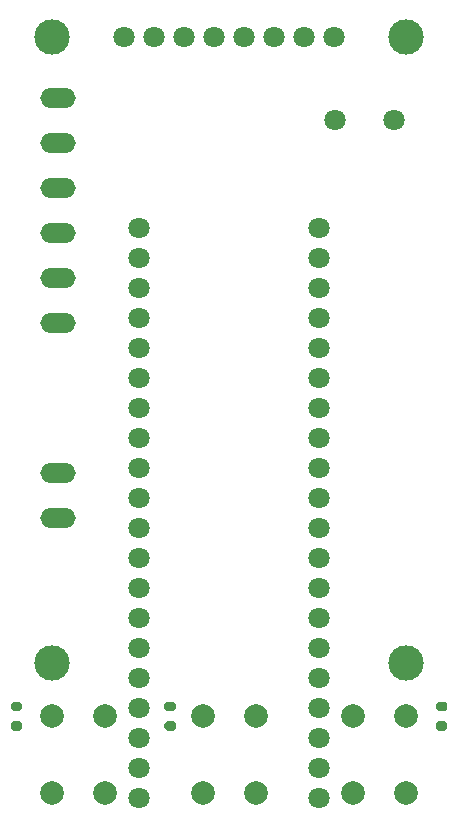
<source format=gbr>
%TF.GenerationSoftware,KiCad,Pcbnew,5.1.9*%
%TF.CreationDate,2020-12-25T23:56:19+01:00*%
%TF.ProjectId,reflow-oven,7265666c-6f77-42d6-9f76-656e2e6b6963,rev?*%
%TF.SameCoordinates,Original*%
%TF.FileFunction,Soldermask,Top*%
%TF.FilePolarity,Negative*%
%FSLAX46Y46*%
G04 Gerber Fmt 4.6, Leading zero omitted, Abs format (unit mm)*
G04 Created by KiCad (PCBNEW 5.1.9) date 2020-12-25 23:56:19*
%MOMM*%
%LPD*%
G01*
G04 APERTURE LIST*
%ADD10O,3.000000X1.700000*%
%ADD11C,1.800000*%
%ADD12C,3.000000*%
%ADD13C,2.000000*%
G04 APERTURE END LIST*
%TO.C,R3*%
G36*
G01*
X17725000Y-27925000D02*
X18275000Y-27925000D01*
G75*
G02*
X18475000Y-28125000I0J-200000D01*
G01*
X18475000Y-28525000D01*
G75*
G02*
X18275000Y-28725000I-200000J0D01*
G01*
X17725000Y-28725000D01*
G75*
G02*
X17525000Y-28525000I0J200000D01*
G01*
X17525000Y-28125000D01*
G75*
G02*
X17725000Y-27925000I200000J0D01*
G01*
G37*
G36*
G01*
X17725000Y-26275000D02*
X18275000Y-26275000D01*
G75*
G02*
X18475000Y-26475000I0J-200000D01*
G01*
X18475000Y-26875000D01*
G75*
G02*
X18275000Y-27075000I-200000J0D01*
G01*
X17725000Y-27075000D01*
G75*
G02*
X17525000Y-26875000I0J200000D01*
G01*
X17525000Y-26475000D01*
G75*
G02*
X17725000Y-26275000I200000J0D01*
G01*
G37*
%TD*%
%TO.C,R2*%
G36*
G01*
X-5275000Y-27925000D02*
X-4725000Y-27925000D01*
G75*
G02*
X-4525000Y-28125000I0J-200000D01*
G01*
X-4525000Y-28525000D01*
G75*
G02*
X-4725000Y-28725000I-200000J0D01*
G01*
X-5275000Y-28725000D01*
G75*
G02*
X-5475000Y-28525000I0J200000D01*
G01*
X-5475000Y-28125000D01*
G75*
G02*
X-5275000Y-27925000I200000J0D01*
G01*
G37*
G36*
G01*
X-5275000Y-26275000D02*
X-4725000Y-26275000D01*
G75*
G02*
X-4525000Y-26475000I0J-200000D01*
G01*
X-4525000Y-26875000D01*
G75*
G02*
X-4725000Y-27075000I-200000J0D01*
G01*
X-5275000Y-27075000D01*
G75*
G02*
X-5475000Y-26875000I0J200000D01*
G01*
X-5475000Y-26475000D01*
G75*
G02*
X-5275000Y-26275000I200000J0D01*
G01*
G37*
%TD*%
%TO.C,R1*%
G36*
G01*
X-18275000Y-27925000D02*
X-17725000Y-27925000D01*
G75*
G02*
X-17525000Y-28125000I0J-200000D01*
G01*
X-17525000Y-28525000D01*
G75*
G02*
X-17725000Y-28725000I-200000J0D01*
G01*
X-18275000Y-28725000D01*
G75*
G02*
X-18475000Y-28525000I0J200000D01*
G01*
X-18475000Y-28125000D01*
G75*
G02*
X-18275000Y-27925000I200000J0D01*
G01*
G37*
G36*
G01*
X-18275000Y-26275000D02*
X-17725000Y-26275000D01*
G75*
G02*
X-17525000Y-26475000I0J-200000D01*
G01*
X-17525000Y-26875000D01*
G75*
G02*
X-17725000Y-27075000I-200000J0D01*
G01*
X-18275000Y-27075000D01*
G75*
G02*
X-18475000Y-26875000I0J200000D01*
G01*
X-18475000Y-26475000D01*
G75*
G02*
X-18275000Y-26275000I200000J0D01*
G01*
G37*
%TD*%
D10*
%TO.C,J4*%
X-14520000Y-6905000D03*
X-14520000Y-10715000D03*
%TD*%
%TO.C,J3*%
X-14520000Y9605000D03*
X-14520000Y5795000D03*
%TD*%
%TO.C,J2*%
X-14520000Y24845000D03*
X-14520000Y21035000D03*
%TD*%
%TO.C,J1*%
X-14520000Y17225000D03*
X-14520000Y13415000D03*
%TD*%
D11*
%TO.C,BZ1*%
X9000000Y23000000D03*
X14000000Y23000000D03*
%TD*%
%TO.C,DS1*%
X8890000Y30000000D03*
X6350000Y30000000D03*
X3810000Y30000000D03*
X1270000Y30000000D03*
X-1270000Y30000000D03*
X-3810000Y30000000D03*
X-6350000Y30000000D03*
X-8890000Y30000000D03*
D12*
X15000000Y-23000000D03*
X-15000000Y-23000000D03*
X15000000Y30000000D03*
X-15000000Y30000000D03*
%TD*%
D11*
%TO.C,U1*%
X-7620000Y-34392000D03*
X-7620000Y-31852000D03*
X-7620000Y-29312000D03*
X-7620000Y-26772000D03*
X-7620000Y-24232000D03*
X-7620000Y-21692000D03*
X-7620000Y-19152000D03*
X-7620000Y-16612000D03*
X-7620000Y-14072000D03*
X-7620000Y-11532000D03*
X-7620000Y-8992000D03*
X-7620000Y-6452000D03*
X-7620000Y-3912000D03*
X-7620000Y-1372000D03*
X-7620000Y1168000D03*
X-7620000Y3708000D03*
X-7620000Y6248000D03*
X-7620000Y8788000D03*
X-7620000Y11328000D03*
X-7620000Y13868000D03*
X7620000Y13868000D03*
X7620000Y11328000D03*
X7620000Y8788000D03*
X7620000Y6248000D03*
X7620000Y3708000D03*
X7620000Y1168000D03*
X7620000Y-1372000D03*
X7620000Y-3912000D03*
X7620000Y-6452000D03*
X7620000Y-8992000D03*
X7620000Y-11532000D03*
X7620000Y-14072000D03*
X7620000Y-16612000D03*
X7620000Y-19152000D03*
X7620000Y-21692000D03*
X7620000Y-24232000D03*
X7620000Y-26772000D03*
X7620000Y-29312000D03*
X7620000Y-31852000D03*
X7620000Y-34392000D03*
%TD*%
D13*
%TO.C,SW1*%
X-10500000Y-34000000D03*
X-15000000Y-34000000D03*
X-10500000Y-27500000D03*
X-15000000Y-27500000D03*
%TD*%
%TO.C,SW2*%
X-2250000Y-27500000D03*
X2250000Y-27500000D03*
X-2250000Y-34000000D03*
X2250000Y-34000000D03*
%TD*%
%TO.C,SW3*%
X15000000Y-34000000D03*
X10500000Y-34000000D03*
X15000000Y-27500000D03*
X10500000Y-27500000D03*
%TD*%
M02*

</source>
